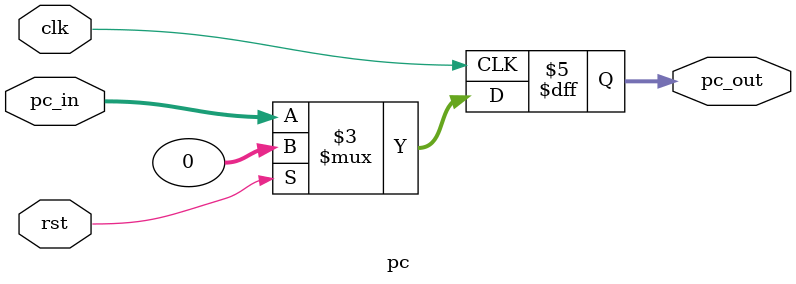
<source format=sv>

module pc
(
    input  logic        clk,
    input  logic        rst,
    input  logic [31:0] pc_in,
    output logic [31:0] pc_out
);

    always_ff @(posedge clk)
    begin
        if(rst)
        begin
            pc_out <= 0;
        end
        else
        begin
            pc_out <= pc_in;
        end
    end

endmodule

</source>
